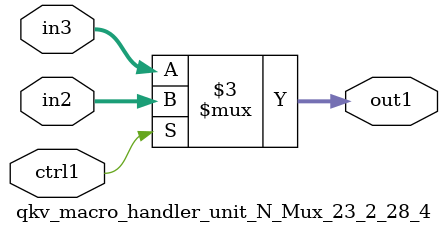
<source format=v>

`timescale 1ps / 1ps


module qkv_macro_handler_unit_N_Mux_23_2_28_4( in3, in2, ctrl1, out1 );

    input [22:0] in3;
    input [22:0] in2;
    input ctrl1;
    output [22:0] out1;
    reg [22:0] out1;

    
    // rtl_process:qkv_macro_handler_unit_N_Mux_23_2_28_4/qkv_macro_handler_unit_N_Mux_23_2_28_4_thread_1
    always @*
      begin : qkv_macro_handler_unit_N_Mux_23_2_28_4_thread_1
        case (ctrl1) 
          1'b1: 
            begin
              out1 = in2;
            end
          default: 
            begin
              out1 = in3;
            end
        endcase
      end

endmodule



</source>
